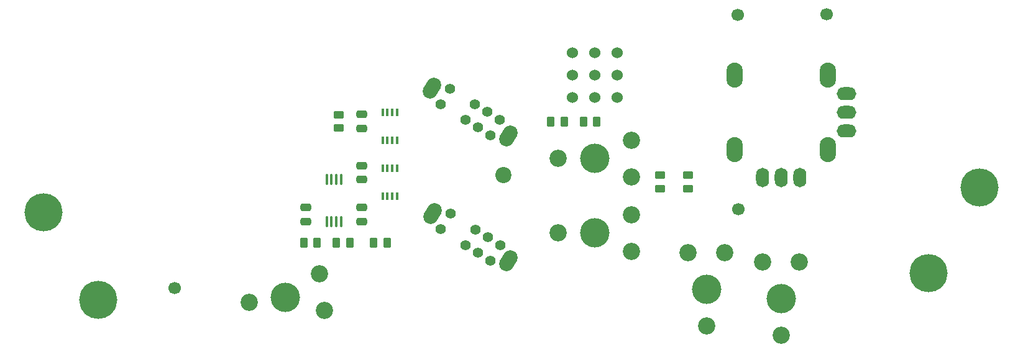
<source format=gbr>
%TF.GenerationSoftware,KiCad,Pcbnew,(6.0.0)*%
%TF.CreationDate,2022-04-27T06:18:29+02:00*%
%TF.ProjectId,Vectrex Pad miniNeoGeo-rounded,56656374-7265-4782-9050-6164206d696e,1.1*%
%TF.SameCoordinates,Original*%
%TF.FileFunction,Soldermask,Top*%
%TF.FilePolarity,Negative*%
%FSLAX46Y46*%
G04 Gerber Fmt 4.6, Leading zero omitted, Abs format (unit mm)*
G04 Created by KiCad (PCBNEW (6.0.0)) date 2022-04-27 06:18:29*
%MOMM*%
%LPD*%
G01*
G04 APERTURE LIST*
G04 Aperture macros list*
%AMRoundRect*
0 Rectangle with rounded corners*
0 $1 Rounding radius*
0 $2 $3 $4 $5 $6 $7 $8 $9 X,Y pos of 4 corners*
0 Add a 4 corners polygon primitive as box body*
4,1,4,$2,$3,$4,$5,$6,$7,$8,$9,$2,$3,0*
0 Add four circle primitives for the rounded corners*
1,1,$1+$1,$2,$3*
1,1,$1+$1,$4,$5*
1,1,$1+$1,$6,$7*
1,1,$1+$1,$8,$9*
0 Add four rect primitives between the rounded corners*
20,1,$1+$1,$2,$3,$4,$5,0*
20,1,$1+$1,$4,$5,$6,$7,0*
20,1,$1+$1,$6,$7,$8,$9,0*
20,1,$1+$1,$8,$9,$2,$3,0*%
%AMHorizOval*
0 Thick line with rounded ends*
0 $1 width*
0 $2 $3 position (X,Y) of the first rounded end (center of the circle)*
0 $4 $5 position (X,Y) of the second rounded end (center of the circle)*
0 Add line between two ends*
20,1,$1,$2,$3,$4,$5,0*
0 Add two circle primitives to create the rounded ends*
1,1,$1,$2,$3*
1,1,$1,$4,$5*%
G04 Aperture macros list end*
%ADD10RoundRect,0.250000X-0.450000X0.262500X-0.450000X-0.262500X0.450000X-0.262500X0.450000X0.262500X0*%
%ADD11C,5.200000*%
%ADD12RoundRect,0.250000X-0.475000X0.250000X-0.475000X-0.250000X0.475000X-0.250000X0.475000X0.250000X0*%
%ADD13RoundRect,0.100000X-0.100000X-0.450000X0.100000X-0.450000X0.100000X0.450000X-0.100000X0.450000X0*%
%ADD14C,1.700000*%
%ADD15C,2.200000*%
%ADD16RoundRect,0.250000X-0.262500X-0.450000X0.262500X-0.450000X0.262500X0.450000X-0.262500X0.450000X0*%
%ADD17RoundRect,0.250000X0.262500X0.450000X-0.262500X0.450000X-0.262500X-0.450000X0.262500X-0.450000X0*%
%ADD18RoundRect,0.250000X0.450000X-0.262500X0.450000X0.262500X-0.450000X0.262500X-0.450000X-0.262500X0*%
%ADD19RoundRect,0.250000X0.475000X-0.250000X0.475000X0.250000X-0.475000X0.250000X-0.475000X-0.250000X0*%
%ADD20RoundRect,0.100000X-0.100000X0.637500X-0.100000X-0.637500X0.100000X-0.637500X0.100000X0.637500X0*%
%ADD21O,1.778000X2.667000*%
%ADD22O,2.222000X3.429000*%
%ADD23O,2.667000X1.778000*%
%ADD24C,4.000000*%
%ADD25C,2.340000*%
%ADD26HorizOval,2.000000X0.265699X0.423561X-0.265699X-0.423561X0*%
%ADD27C,1.400000*%
%ADD28C,1.524000*%
G04 APERTURE END LIST*
D10*
%TO.C,R6*%
X130175000Y-76557500D03*
X130175000Y-78382500D03*
%TD*%
D11*
%TO.C,*%
X217540000Y-86510000D03*
%TD*%
D12*
%TO.C,C3*%
X133350000Y-89220000D03*
X133350000Y-91120000D03*
%TD*%
D13*
%TO.C,U2*%
X136185000Y-80005000D03*
X136835000Y-80005000D03*
X137485000Y-80005000D03*
X138135000Y-80005000D03*
X138135000Y-76205000D03*
X137485000Y-76205000D03*
X136835000Y-76205000D03*
X136185000Y-76205000D03*
%TD*%
D11*
%TO.C,*%
X210590000Y-98200000D03*
%TD*%
D14*
%TO.C,*%
X107860000Y-100190000D03*
%TD*%
D15*
%TO.C,*%
X152610000Y-84750000D03*
%TD*%
D16*
%TO.C,R8*%
X125452500Y-93980000D03*
X127277500Y-93980000D03*
%TD*%
D14*
%TO.C,*%
X196660000Y-62890000D03*
%TD*%
%TO.C,*%
X184650000Y-89480000D03*
%TD*%
D17*
%TO.C,R2*%
X160932500Y-77470000D03*
X159107500Y-77470000D03*
%TD*%
D18*
%TO.C,R4*%
X177800000Y-86637500D03*
X177800000Y-84812500D03*
%TD*%
D19*
%TO.C,C2*%
X125730000Y-91120000D03*
X125730000Y-89220000D03*
%TD*%
D11*
%TO.C,*%
X97420000Y-101840000D03*
%TD*%
D18*
%TO.C,R3*%
X173990000Y-86637500D03*
X173990000Y-84812500D03*
%TD*%
D16*
%TO.C,R7*%
X134977500Y-93980000D03*
X136802500Y-93980000D03*
%TD*%
%TO.C,R1*%
X163552500Y-77470000D03*
X165377500Y-77470000D03*
%TD*%
D14*
%TO.C,*%
X184610000Y-62910000D03*
%TD*%
D13*
%TO.C,U3*%
X136185000Y-87625000D03*
X136835000Y-87625000D03*
X137485000Y-87625000D03*
X138135000Y-87625000D03*
X138135000Y-83825000D03*
X137485000Y-83825000D03*
X136835000Y-83825000D03*
X136185000Y-83825000D03*
%TD*%
D20*
%TO.C,U1*%
X130515000Y-85365000D03*
X129865000Y-85365000D03*
X129215000Y-85365000D03*
X128565000Y-85365000D03*
X128565000Y-91165000D03*
X129215000Y-91165000D03*
X129865000Y-91165000D03*
X130515000Y-91165000D03*
%TD*%
D12*
%TO.C,C4*%
X133350000Y-83505000D03*
X133350000Y-85405000D03*
%TD*%
%TO.C,C5*%
X133350000Y-76520000D03*
X133350000Y-78420000D03*
%TD*%
D11*
%TO.C,*%
X89990000Y-89870000D03*
%TD*%
D17*
%TO.C,R5*%
X131722500Y-93980000D03*
X129897500Y-93980000D03*
%TD*%
D21*
%TO.C,VR1*%
X187960000Y-85090000D03*
X190500000Y-85090000D03*
X193040000Y-85090000D03*
D22*
X196850000Y-71120000D03*
X196850000Y-81280000D03*
X184150000Y-81280000D03*
X184150000Y-71120000D03*
D23*
X199390000Y-73660000D03*
X199390000Y-76200000D03*
X199390000Y-78740000D03*
%TD*%
D24*
%TO.C,RV3*%
X165100000Y-92685000D03*
D25*
X170100000Y-95185000D03*
X160100000Y-92685000D03*
X170100000Y-90185000D03*
%TD*%
D24*
%TO.C,RV1*%
X165100000Y-82525000D03*
D25*
X170100000Y-85025000D03*
X160100000Y-82525000D03*
X170100000Y-80025000D03*
%TD*%
D24*
%TO.C,RV2*%
X190475000Y-101600000D03*
D25*
X192975000Y-96600000D03*
X190475000Y-106600000D03*
X187975000Y-96600000D03*
%TD*%
D26*
%TO.C,SW6*%
X153314401Y-96492829D03*
X142979513Y-90009767D03*
D27*
X152199693Y-94317990D03*
X150505449Y-93255193D03*
X148811205Y-92192396D03*
X145422718Y-90066801D03*
X150871196Y-96435795D03*
X149176953Y-95372998D03*
X147482709Y-94310200D03*
X144094221Y-92184606D03*
%TD*%
D28*
%TO.C,J1*%
X162052000Y-68072000D03*
X165100000Y-71120000D03*
X165100000Y-68072000D03*
X162052000Y-71120000D03*
X168148000Y-71120000D03*
X168148000Y-68072000D03*
X162052000Y-74168000D03*
X165100000Y-74168000D03*
X168148000Y-74168000D03*
%TD*%
D26*
%TO.C,SW5*%
X153288980Y-79416023D03*
X142954092Y-72932961D03*
D27*
X152174272Y-77241184D03*
X150480028Y-76178387D03*
X148785784Y-75115590D03*
X145397297Y-72989995D03*
X150845775Y-79358989D03*
X149151532Y-78296192D03*
X147457288Y-77233394D03*
X144068800Y-75107800D03*
%TD*%
D24*
%TO.C,RV5*%
X122970727Y-101445795D03*
D25*
X128270000Y-103225600D03*
X118019387Y-102141661D03*
X127574134Y-98274260D03*
%TD*%
D24*
%TO.C,RV4*%
X180315000Y-100330000D03*
D25*
X182815000Y-95330000D03*
X180315000Y-105330000D03*
X177815000Y-95330000D03*
%TD*%
M02*

</source>
